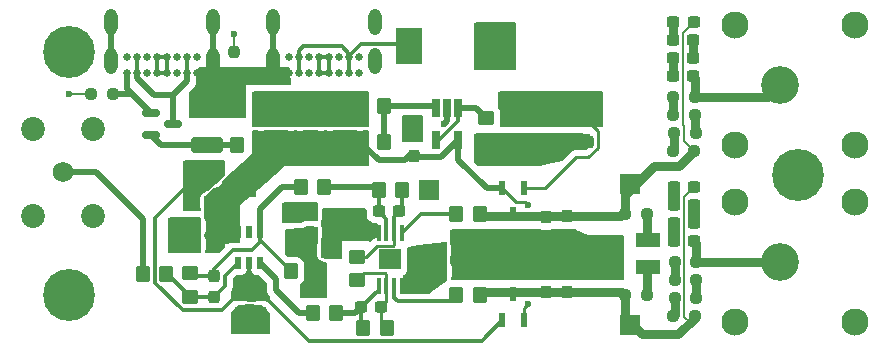
<source format=gtl>
G04 #@! TF.GenerationSoftware,KiCad,Pcbnew,(6.0.9-0)*
G04 #@! TF.CreationDate,2023-02-01T14:54:16-05:00*
G04 #@! TF.ProjectId,beach_bod_02,62656163-685f-4626-9f64-5f30322e6b69,rev?*
G04 #@! TF.SameCoordinates,Original*
G04 #@! TF.FileFunction,Copper,L1,Top*
G04 #@! TF.FilePolarity,Positive*
%FSLAX46Y46*%
G04 Gerber Fmt 4.6, Leading zero omitted, Abs format (unit mm)*
G04 Created by KiCad (PCBNEW (6.0.9-0)) date 2023-02-01 14:54:16*
%MOMM*%
%LPD*%
G01*
G04 APERTURE LIST*
G04 Aperture macros list*
%AMRoundRect*
0 Rectangle with rounded corners*
0 $1 Rounding radius*
0 $2 $3 $4 $5 $6 $7 $8 $9 X,Y pos of 4 corners*
0 Add a 4 corners polygon primitive as box body*
4,1,4,$2,$3,$4,$5,$6,$7,$8,$9,$2,$3,0*
0 Add four circle primitives for the rounded corners*
1,1,$1+$1,$2,$3*
1,1,$1+$1,$4,$5*
1,1,$1+$1,$6,$7*
1,1,$1+$1,$8,$9*
0 Add four rect primitives between the rounded corners*
20,1,$1+$1,$2,$3,$4,$5,0*
20,1,$1+$1,$4,$5,$6,$7,0*
20,1,$1+$1,$6,$7,$8,$9,0*
20,1,$1+$1,$8,$9,$2,$3,0*%
G04 Aperture macros list end*
G04 #@! TA.AperFunction,ComponentPad*
%ADD10C,3.200000*%
G04 #@! TD*
G04 #@! TA.AperFunction,ComponentPad*
%ADD11C,2.300000*%
G04 #@! TD*
G04 #@! TA.AperFunction,ComponentPad*
%ADD12C,4.400000*%
G04 #@! TD*
G04 #@! TA.AperFunction,ComponentPad*
%ADD13C,1.755000*%
G04 #@! TD*
G04 #@! TA.AperFunction,ComponentPad*
%ADD14C,2.025000*%
G04 #@! TD*
G04 #@! TA.AperFunction,SMDPad,CuDef*
%ADD15RoundRect,0.250000X0.450000X-0.350000X0.450000X0.350000X-0.450000X0.350000X-0.450000X-0.350000X0*%
G04 #@! TD*
G04 #@! TA.AperFunction,SMDPad,CuDef*
%ADD16R,0.600000X1.150000*%
G04 #@! TD*
G04 #@! TA.AperFunction,SMDPad,CuDef*
%ADD17RoundRect,0.237500X0.300000X0.237500X-0.300000X0.237500X-0.300000X-0.237500X0.300000X-0.237500X0*%
G04 #@! TD*
G04 #@! TA.AperFunction,ComponentPad*
%ADD18R,1.700000X1.700000*%
G04 #@! TD*
G04 #@! TA.AperFunction,SMDPad,CuDef*
%ADD19RoundRect,0.250000X0.350000X0.450000X-0.350000X0.450000X-0.350000X-0.450000X0.350000X-0.450000X0*%
G04 #@! TD*
G04 #@! TA.AperFunction,SMDPad,CuDef*
%ADD20RoundRect,0.237500X0.237500X-0.300000X0.237500X0.300000X-0.237500X0.300000X-0.237500X-0.300000X0*%
G04 #@! TD*
G04 #@! TA.AperFunction,SMDPad,CuDef*
%ADD21RoundRect,0.250000X-0.350000X-0.450000X0.350000X-0.450000X0.350000X0.450000X-0.350000X0.450000X0*%
G04 #@! TD*
G04 #@! TA.AperFunction,SMDPad,CuDef*
%ADD22RoundRect,0.237500X0.250000X0.237500X-0.250000X0.237500X-0.250000X-0.237500X0.250000X-0.237500X0*%
G04 #@! TD*
G04 #@! TA.AperFunction,SMDPad,CuDef*
%ADD23RoundRect,0.237500X-0.250000X-0.237500X0.250000X-0.237500X0.250000X0.237500X-0.250000X0.237500X0*%
G04 #@! TD*
G04 #@! TA.AperFunction,SMDPad,CuDef*
%ADD24RoundRect,0.237500X-0.300000X-0.237500X0.300000X-0.237500X0.300000X0.237500X-0.300000X0.237500X0*%
G04 #@! TD*
G04 #@! TA.AperFunction,SMDPad,CuDef*
%ADD25RoundRect,0.250000X1.100000X-0.412500X1.100000X0.412500X-1.100000X0.412500X-1.100000X-0.412500X0*%
G04 #@! TD*
G04 #@! TA.AperFunction,SMDPad,CuDef*
%ADD26RoundRect,0.250000X-1.100000X0.412500X-1.100000X-0.412500X1.100000X-0.412500X1.100000X0.412500X0*%
G04 #@! TD*
G04 #@! TA.AperFunction,SMDPad,CuDef*
%ADD27RoundRect,0.237500X-0.237500X0.250000X-0.237500X-0.250000X0.237500X-0.250000X0.237500X0.250000X0*%
G04 #@! TD*
G04 #@! TA.AperFunction,SMDPad,CuDef*
%ADD28R,0.450000X1.425000*%
G04 #@! TD*
G04 #@! TA.AperFunction,SMDPad,CuDef*
%ADD29R,1.880000X1.680000*%
G04 #@! TD*
G04 #@! TA.AperFunction,SMDPad,CuDef*
%ADD30R,2.000000X1.300000*%
G04 #@! TD*
G04 #@! TA.AperFunction,SMDPad,CuDef*
%ADD31R,2.000000X2.000000*%
G04 #@! TD*
G04 #@! TA.AperFunction,SMDPad,CuDef*
%ADD32R,2.200000X3.150000*%
G04 #@! TD*
G04 #@! TA.AperFunction,SMDPad,CuDef*
%ADD33R,0.550000X1.050000*%
G04 #@! TD*
G04 #@! TA.AperFunction,ComponentPad*
%ADD34C,0.650000*%
G04 #@! TD*
G04 #@! TA.AperFunction,ComponentPad*
%ADD35O,1.108000X2.216000*%
G04 #@! TD*
G04 #@! TA.AperFunction,SMDPad,CuDef*
%ADD36RoundRect,0.150000X-0.587500X-0.150000X0.587500X-0.150000X0.587500X0.150000X-0.587500X0.150000X0*%
G04 #@! TD*
G04 #@! TA.AperFunction,SMDPad,CuDef*
%ADD37R,0.650000X1.560000*%
G04 #@! TD*
G04 #@! TA.AperFunction,SMDPad,CuDef*
%ADD38RoundRect,0.237500X-0.237500X0.300000X-0.237500X-0.300000X0.237500X-0.300000X0.237500X0.300000X0*%
G04 #@! TD*
G04 #@! TA.AperFunction,ViaPad*
%ADD39C,0.600000*%
G04 #@! TD*
G04 #@! TA.AperFunction,Conductor*
%ADD40C,0.750000*%
G04 #@! TD*
G04 #@! TA.AperFunction,Conductor*
%ADD41C,0.500000*%
G04 #@! TD*
G04 #@! TA.AperFunction,Conductor*
%ADD42C,0.250000*%
G04 #@! TD*
G04 #@! TA.AperFunction,Conductor*
%ADD43C,0.300000*%
G04 #@! TD*
G04 #@! TA.AperFunction,Conductor*
%ADD44C,0.200000*%
G04 #@! TD*
G04 #@! TA.AperFunction,Conductor*
%ADD45C,1.000000*%
G04 #@! TD*
G04 APERTURE END LIST*
D10*
X160782000Y-96520000D03*
D11*
X167142000Y-91440000D03*
X156982000Y-91440000D03*
X167142000Y-101600000D03*
X156982000Y-101600000D03*
D10*
X160782000Y-81534000D03*
D11*
X167142000Y-76454000D03*
X156982000Y-86614000D03*
X167142000Y-86614000D03*
X156982000Y-76454000D03*
D12*
X100584000Y-99314000D03*
X162306000Y-89154000D03*
D13*
X100076000Y-88900000D03*
D14*
X97536000Y-92600000D03*
X102616000Y-92600000D03*
X102616000Y-85200000D03*
X97536000Y-85200000D03*
D15*
X110844500Y-99448000D03*
X110844500Y-97448000D03*
X124968000Y-98044000D03*
X124968000Y-96044000D03*
D16*
X137226000Y-101430000D03*
X139126000Y-101430000D03*
X138176000Y-99230000D03*
D17*
X153472500Y-76200000D03*
X151747500Y-76200000D03*
D18*
X137160000Y-96012000D03*
D19*
X121396000Y-97282000D03*
X119396000Y-97282000D03*
D20*
X115062000Y-100785000D03*
X115062000Y-99060000D03*
X142748000Y-99010000D03*
X142748000Y-97285000D03*
D15*
X135890000Y-86321500D03*
X135890000Y-84321500D03*
D21*
X121190000Y-100838000D03*
X123190000Y-100838000D03*
D22*
X153670000Y-98044000D03*
X151845000Y-98044000D03*
D21*
X126778000Y-90424000D03*
X128778000Y-90424000D03*
D23*
X151694500Y-87122000D03*
X153519500Y-87122000D03*
D17*
X122682000Y-93980000D03*
X120957000Y-93980000D03*
D23*
X147677500Y-99314000D03*
X149502500Y-99314000D03*
D24*
X131879000Y-95504000D03*
X133604000Y-95504000D03*
D18*
X148082000Y-101854000D03*
D23*
X151845000Y-99568000D03*
X153670000Y-99568000D03*
D25*
X112252000Y-86614000D03*
X112252000Y-83489000D03*
D21*
X120174000Y-90170000D03*
X122174000Y-90170000D03*
D24*
X111151500Y-93472000D03*
X112876500Y-93472000D03*
D20*
X112876500Y-99427000D03*
X112876500Y-97702000D03*
D26*
X122682000Y-83235000D03*
X122682000Y-86360000D03*
D21*
X106812500Y-97536000D03*
X108812500Y-97536000D03*
D27*
X114554000Y-78740000D03*
X114554000Y-80565000D03*
D24*
X111151500Y-94996000D03*
X112876500Y-94996000D03*
D17*
X112723000Y-91440000D03*
X110998000Y-91440000D03*
D22*
X153566500Y-101092000D03*
X151741500Y-101092000D03*
D17*
X153516500Y-91694000D03*
X151791500Y-91694000D03*
D18*
X131064000Y-90424000D03*
X115570000Y-90170000D03*
D17*
X153516500Y-94742000D03*
X151791500Y-94742000D03*
D22*
X149502500Y-92456000D03*
X147677500Y-92456000D03*
D25*
X138684000Y-86360000D03*
X138684000Y-83235000D03*
D28*
X126787000Y-98478000D03*
X127437000Y-98478000D03*
X128087000Y-98478000D03*
X128737000Y-98478000D03*
X128737000Y-94054000D03*
X128087000Y-94054000D03*
X127437000Y-94054000D03*
X126787000Y-94054000D03*
D29*
X127762000Y-96266000D03*
D19*
X127238000Y-86321500D03*
X125238000Y-86321500D03*
X116824000Y-83273500D03*
X114824000Y-83273500D03*
D22*
X153623000Y-85598000D03*
X151798000Y-85598000D03*
D25*
X119380000Y-86360000D03*
X119380000Y-83235000D03*
D24*
X151791500Y-93218000D03*
X153516500Y-93218000D03*
D17*
X153419500Y-79248000D03*
X151694500Y-79248000D03*
D24*
X120957000Y-92456000D03*
X122682000Y-92456000D03*
D23*
X151845000Y-96520000D03*
X153670000Y-96520000D03*
D24*
X125275000Y-100330000D03*
X127000000Y-100330000D03*
D12*
X100584000Y-78740000D03*
D30*
X149574000Y-96908000D03*
D31*
X145574000Y-95758000D03*
D30*
X149574000Y-94608000D03*
D32*
X129342000Y-78232000D03*
X136342000Y-78232000D03*
D33*
X114874000Y-96550000D03*
X115824000Y-96550000D03*
X116774000Y-96550000D03*
X116774000Y-93950000D03*
X115824000Y-93950000D03*
X114874000Y-93950000D03*
D21*
X125476000Y-102108000D03*
X127476000Y-102108000D03*
D22*
X153566500Y-82550000D03*
X151741500Y-82550000D03*
D34*
X125154000Y-80479000D03*
X124304000Y-80479000D03*
X123454000Y-80479000D03*
X122604000Y-80479000D03*
X121754000Y-80479000D03*
X120904000Y-80479000D03*
X120054000Y-80479000D03*
X119204000Y-80479000D03*
X119204000Y-79129000D03*
X120054000Y-79129000D03*
X120904000Y-79129000D03*
X121754000Y-79129000D03*
X122604000Y-79129000D03*
X123454000Y-79129000D03*
X124304000Y-79129000D03*
X125154000Y-79129000D03*
D35*
X126504000Y-79499000D03*
X117854000Y-79499000D03*
X117854000Y-76119000D03*
X126504000Y-76119000D03*
D24*
X126799000Y-92202000D03*
X128524000Y-92202000D03*
D34*
X111433000Y-80479000D03*
X110583000Y-80479000D03*
X109733000Y-80479000D03*
X108883000Y-80479000D03*
X108033000Y-80479000D03*
X107183000Y-80479000D03*
X106333000Y-80479000D03*
X105483000Y-80479000D03*
X105483000Y-79129000D03*
X106333000Y-79129000D03*
X107183000Y-79129000D03*
X108033000Y-79129000D03*
X108883000Y-79129000D03*
X109733000Y-79129000D03*
X110583000Y-79129000D03*
X111433000Y-79129000D03*
D35*
X112783000Y-79499000D03*
X104133000Y-79499000D03*
X104133000Y-76119000D03*
X112783000Y-76119000D03*
D20*
X116840000Y-100838000D03*
X116840000Y-99113000D03*
D24*
X151791500Y-90170000D03*
X153516500Y-90170000D03*
D26*
X141986000Y-83235000D03*
X141986000Y-86360000D03*
D20*
X142748000Y-94334500D03*
X142748000Y-92609500D03*
D21*
X133366000Y-99314000D03*
X135366000Y-99314000D03*
D20*
X140970000Y-94435000D03*
X140970000Y-92710000D03*
D19*
X116824000Y-86575500D03*
X114824000Y-86575500D03*
D36*
X107520500Y-83847500D03*
X107520500Y-85747500D03*
X109395500Y-84797500D03*
D20*
X140970000Y-99010000D03*
X140970000Y-97285000D03*
D37*
X133538000Y-83447500D03*
X132588000Y-83447500D03*
X131638000Y-83447500D03*
X131638000Y-86147500D03*
X133538000Y-86147500D03*
D24*
X151694500Y-77724000D03*
X153419500Y-77724000D03*
X151694500Y-80772000D03*
X153419500Y-80772000D03*
D16*
X139126000Y-90256000D03*
X137226000Y-90256000D03*
X138176000Y-92456000D03*
D38*
X129794000Y-85751500D03*
X129794000Y-87476500D03*
D21*
X133366000Y-92456000D03*
X135366000Y-92456000D03*
D19*
X127238000Y-83273500D03*
X125238000Y-83273500D03*
D38*
X144526000Y-84582000D03*
X144526000Y-86307000D03*
D24*
X131979500Y-97282000D03*
X133704500Y-97282000D03*
D17*
X122581500Y-95504000D03*
X120856500Y-95504000D03*
D23*
X151741500Y-84074000D03*
X153566500Y-84074000D03*
D22*
X104290500Y-82296000D03*
X102465500Y-82296000D03*
D18*
X148082000Y-89916000D03*
D39*
X115316000Y-102108000D03*
X134874000Y-94234000D03*
X141986000Y-95758000D03*
X133604000Y-94234000D03*
X109728000Y-93472000D03*
X119380000Y-95504000D03*
X138176000Y-87884000D03*
X143256000Y-95758000D03*
X121666000Y-98806000D03*
X134874000Y-95504000D03*
X119380000Y-94234000D03*
X116586000Y-102108000D03*
X109728000Y-94996000D03*
X134874000Y-97282000D03*
X120650000Y-98806000D03*
X139192000Y-87884000D03*
X140716000Y-95758000D03*
X145034000Y-97536000D03*
X139446000Y-91694000D03*
X139446000Y-100076000D03*
X124206000Y-93472000D03*
X124968000Y-93472000D03*
X124206000Y-87884000D03*
X124206000Y-92456000D03*
X124968000Y-92456000D03*
X124968000Y-87884000D03*
X112776000Y-89408000D03*
X141478000Y-84328000D03*
X130048000Y-84328000D03*
X119380000Y-92710000D03*
X111252000Y-89408000D03*
X144272000Y-83312000D03*
X122682000Y-84582000D03*
X112014000Y-89408000D03*
X129794000Y-98552000D03*
X139446000Y-84328000D03*
X132334000Y-84797500D03*
X129286000Y-84328000D03*
X121920000Y-84582000D03*
X138684000Y-84328000D03*
X129794000Y-97282000D03*
X130556000Y-97282000D03*
X120142000Y-84582000D03*
X116840000Y-84582000D03*
X119380000Y-84582000D03*
X125222000Y-84582000D03*
X130556000Y-98552000D03*
X119380000Y-91948000D03*
X112014000Y-88646000D03*
X112776000Y-88646000D03*
X142240000Y-84328000D03*
X111252000Y-88646000D03*
X145034000Y-83312000D03*
X137922000Y-78232000D03*
X137922000Y-77470000D03*
X100584000Y-82296000D03*
X114554000Y-77216000D03*
D40*
X149502500Y-92456000D02*
X149502500Y-94536500D01*
X153419500Y-79248000D02*
X153419500Y-77724000D01*
D41*
X129832500Y-87630000D02*
X129540000Y-87337500D01*
X132055500Y-87630000D02*
X129832500Y-87630000D01*
D42*
X138410000Y-91440000D02*
X139192000Y-91440000D01*
D41*
X125238000Y-86321500D02*
X126800500Y-87884000D01*
X133538000Y-87818000D02*
X135976000Y-90256000D01*
D42*
X139126000Y-101430000D02*
X139126000Y-100396000D01*
X137226000Y-90256000D02*
X138410000Y-91440000D01*
X139192000Y-91440000D02*
X139446000Y-91694000D01*
D41*
X126800500Y-87884000D02*
X128993500Y-87884000D01*
D42*
X139126000Y-100396000D02*
X139446000Y-100076000D01*
D41*
X128993500Y-87884000D02*
X129540000Y-87337500D01*
X135976000Y-90256000D02*
X137226000Y-90256000D01*
X133538000Y-86147500D02*
X133538000Y-87818000D01*
X133538000Y-86147500D02*
X132055500Y-87630000D01*
D40*
X151694500Y-77724000D02*
X151694500Y-76253000D01*
D43*
X113538000Y-100584000D02*
X115062000Y-99060000D01*
X145034000Y-84582000D02*
X144526000Y-84582000D01*
D42*
X144526000Y-84582000D02*
X145326000Y-85382000D01*
D43*
X107862500Y-92797500D02*
X107862500Y-98234528D01*
D42*
X143510000Y-87630000D02*
X140884000Y-90256000D01*
D43*
X107862500Y-98234528D02*
X110211972Y-100584000D01*
D42*
X140884000Y-90256000D02*
X139126000Y-90256000D01*
D41*
X132588000Y-83447500D02*
X132588000Y-84543500D01*
D43*
X120885000Y-103158000D02*
X135498000Y-103158000D01*
X111252000Y-89408000D02*
X107862500Y-92797500D01*
X110211972Y-100584000D02*
X113538000Y-100584000D01*
D42*
X144535995Y-87630000D02*
X143510000Y-87630000D01*
X145326000Y-86839995D02*
X144535995Y-87630000D01*
D43*
X116840000Y-99113000D02*
X120885000Y-103158000D01*
D42*
X145326000Y-85382000D02*
X145326000Y-86839995D01*
D41*
X132588000Y-84543500D02*
X132334000Y-84797500D01*
D43*
X135498000Y-103158000D02*
X137226000Y-101430000D01*
X112876500Y-97047500D02*
X114420000Y-95504000D01*
X112876500Y-97702000D02*
X112876500Y-97047500D01*
X116774000Y-94808000D02*
X116774000Y-93950000D01*
X112876500Y-97702000D02*
X111098500Y-97702000D01*
D41*
X119920000Y-90170000D02*
X118618000Y-90170000D01*
X116774000Y-92014000D02*
X116774000Y-93950000D01*
D43*
X116922000Y-94808000D02*
X119396000Y-97282000D01*
X116078000Y-95504000D02*
X116774000Y-94808000D01*
D41*
X118618000Y-90170000D02*
X116774000Y-92014000D01*
D43*
X114420000Y-95504000D02*
X116078000Y-95504000D01*
X116774000Y-94808000D02*
X116922000Y-94808000D01*
D42*
X127000000Y-101632000D02*
X127476000Y-102108000D01*
X127000000Y-100330000D02*
X127000000Y-101632000D01*
X127362000Y-97440500D02*
X127437000Y-97515500D01*
X127437000Y-99893000D02*
X127000000Y-100330000D01*
X127437000Y-97515500D02*
X127437000Y-98478000D01*
X127362000Y-97440500D02*
X125571500Y-97440500D01*
X127437000Y-98478000D02*
X127437000Y-99893000D01*
X125571500Y-97440500D02*
X124968000Y-98044000D01*
D41*
X104290500Y-82296000D02*
X105918000Y-82296000D01*
X105483000Y-81810000D02*
X105943500Y-82270500D01*
X105483000Y-80479000D02*
X105483000Y-81810000D01*
X117854000Y-79499000D02*
X117854000Y-76119000D01*
X105943500Y-82270500D02*
X107520500Y-83847500D01*
X104133000Y-79499000D02*
X104133000Y-76119000D01*
X105918000Y-82296000D02*
X105943500Y-82270500D01*
X112783000Y-79499000D02*
X112783000Y-76119000D01*
X107774500Y-82374500D02*
X106333000Y-80933000D01*
D43*
X110583000Y-79129000D02*
X110583000Y-80479000D01*
D41*
X109395500Y-82374500D02*
X107774500Y-82374500D01*
X110583000Y-81187000D02*
X110583000Y-80479000D01*
D43*
X124304000Y-79129000D02*
X124304000Y-80479000D01*
D41*
X109395500Y-84797500D02*
X109395500Y-82374500D01*
D43*
X125287405Y-78041000D02*
X124304000Y-79024405D01*
X129151000Y-78041000D02*
X125287405Y-78041000D01*
D41*
X109395500Y-82374500D02*
X110583000Y-81187000D01*
D43*
X124304000Y-78838000D02*
X124304000Y-79129000D01*
X120396000Y-78232000D02*
X123698000Y-78232000D01*
X120054000Y-79129000D02*
X120054000Y-80479000D01*
X123698000Y-78232000D02*
X124304000Y-78838000D01*
X120054000Y-79129000D02*
X120054000Y-78574000D01*
D41*
X106333000Y-80933000D02*
X106333000Y-80479000D01*
D43*
X120054000Y-78574000D02*
X120396000Y-78232000D01*
X106333000Y-79129000D02*
X106333000Y-80479000D01*
D41*
X135016000Y-83447500D02*
X135890000Y-84321500D01*
D43*
X131903239Y-86147500D02*
X133538000Y-84512739D01*
D41*
X133538000Y-83447500D02*
X135016000Y-83447500D01*
D43*
X131638000Y-86147500D02*
X131903239Y-86147500D01*
X133538000Y-84512739D02*
X133538000Y-83447500D01*
X122604000Y-79129000D02*
X122604000Y-80479000D01*
X121754000Y-80479000D02*
X122604000Y-80479000D01*
X121754000Y-79129000D02*
X122604000Y-79129000D01*
X121754000Y-80479000D02*
X121754000Y-79129000D01*
D40*
X151798000Y-87018500D02*
X151694500Y-87122000D01*
X151798000Y-85598000D02*
X151798000Y-87018500D01*
X151694500Y-80772000D02*
X151694500Y-79248000D01*
D44*
X102465500Y-82296000D02*
X100584000Y-82296000D01*
X114554000Y-78740000D02*
X114554000Y-77216000D01*
D40*
X153566500Y-82550000D02*
X159766000Y-82550000D01*
X153566500Y-82550000D02*
X153566500Y-80919000D01*
X153566500Y-80919000D02*
X153419500Y-80772000D01*
X159766000Y-82550000D02*
X160782000Y-81534000D01*
X153670000Y-96520000D02*
X153670000Y-94895500D01*
X153670000Y-94895500D02*
X153516500Y-94742000D01*
X153670000Y-96520000D02*
X160782000Y-96520000D01*
D45*
X151791500Y-94742000D02*
X151791500Y-93218000D01*
X153516500Y-93218000D02*
X153516500Y-91694000D01*
X151791500Y-91694000D02*
X151791500Y-90170000D01*
D41*
X122174000Y-90170000D02*
X126778000Y-90170000D01*
D43*
X127437000Y-94054000D02*
X127437000Y-92840000D01*
X127437000Y-92840000D02*
X126799000Y-92202000D01*
X126778000Y-90424000D02*
X126778000Y-92181000D01*
D42*
X128012000Y-95091500D02*
X126650500Y-95091500D01*
X128087000Y-94054000D02*
X128087000Y-95016500D01*
X128087000Y-95016500D02*
X128012000Y-95091500D01*
D43*
X128778000Y-90424000D02*
X128778000Y-91948000D01*
D42*
X126650500Y-95091500D02*
X125698000Y-96044000D01*
D43*
X128087000Y-92639000D02*
X128087000Y-94054000D01*
X128524000Y-92202000D02*
X128087000Y-92639000D01*
D42*
X125698000Y-96044000D02*
X124968000Y-96044000D01*
D43*
X110844500Y-99448000D02*
X112855500Y-99448000D01*
X113792000Y-97632000D02*
X113792000Y-98511500D01*
X114874000Y-96550000D02*
X113792000Y-97632000D01*
X113792000Y-98511500D02*
X112876500Y-99427000D01*
X108932500Y-97536000D02*
X110844500Y-99448000D01*
X126787000Y-98818000D02*
X125275000Y-100330000D01*
D41*
X123190000Y-100838000D02*
X124767000Y-100838000D01*
X124767000Y-100838000D02*
X125275000Y-100330000D01*
D43*
X125275000Y-100330000D02*
X125275000Y-101907000D01*
D41*
X112252000Y-86614000D02*
X114785500Y-86614000D01*
X108387000Y-86614000D02*
X112252000Y-86614000D01*
X107520500Y-85747500D02*
X108387000Y-86614000D01*
X102870000Y-88900000D02*
X100076000Y-88900000D01*
X106812500Y-97536000D02*
X106812500Y-92842500D01*
X106812500Y-92842500D02*
X102870000Y-88900000D01*
D43*
X108033000Y-80479000D02*
X108033000Y-79129000D01*
X108883000Y-80479000D02*
X108033000Y-80479000D01*
X108033000Y-79129000D02*
X108883000Y-79129000D01*
X108883000Y-79129000D02*
X108883000Y-80479000D01*
D40*
X151741500Y-82550000D02*
X151741500Y-84074000D01*
X153566500Y-84074000D02*
X153566500Y-85541500D01*
X151845000Y-96520000D02*
X151845000Y-98044000D01*
X153670000Y-98044000D02*
X153670000Y-99568000D01*
D43*
X130335000Y-92456000D02*
X133366000Y-92456000D01*
X128737000Y-94054000D02*
X130335000Y-92456000D01*
D40*
X149502500Y-99314000D02*
X149502500Y-96979500D01*
D43*
X128418500Y-99822000D02*
X132858000Y-99822000D01*
X128087000Y-99490500D02*
X128418500Y-99822000D01*
X132858000Y-99822000D02*
X133366000Y-99314000D01*
X128087000Y-98478000D02*
X128087000Y-99490500D01*
D41*
X131464000Y-83273500D02*
X127238000Y-83273500D01*
X127238000Y-86321500D02*
X127238000Y-83273500D01*
X131638000Y-83447500D02*
X131464000Y-83273500D01*
D40*
X151845000Y-99568000D02*
X151845000Y-100988500D01*
X151845000Y-100988500D02*
X151741500Y-101092000D01*
D41*
X120074772Y-100838000D02*
X118110000Y-98873228D01*
X121190000Y-100838000D02*
X120074772Y-100838000D01*
X118110000Y-97886000D02*
X116774000Y-96550000D01*
X118110000Y-98873228D02*
X118110000Y-97886000D01*
D40*
X135620000Y-92710000D02*
X135366000Y-92456000D01*
D44*
X152582000Y-77090500D02*
X152582000Y-84884360D01*
D40*
X147270000Y-92609500D02*
X147677500Y-92202000D01*
X147677500Y-90828500D02*
X147677500Y-92202000D01*
X153519500Y-87122000D02*
X152249500Y-88392000D01*
D44*
X152582000Y-84884360D02*
X152654000Y-84956360D01*
D40*
X142748000Y-92609500D02*
X135519500Y-92609500D01*
D44*
X152654000Y-84956360D02*
X152654000Y-86256500D01*
X153472500Y-76200000D02*
X152582000Y-77090500D01*
X152654000Y-86256500D02*
X153519500Y-87122000D01*
D40*
X152249500Y-88392000D02*
X150114000Y-88392000D01*
X150114000Y-88392000D02*
X147677500Y-90828500D01*
X142748000Y-92609500D02*
X147270000Y-92609500D01*
X153566500Y-101195500D02*
X152146000Y-102616000D01*
D44*
X152679000Y-91007500D02*
X152679000Y-101117000D01*
D40*
X152146000Y-102616000D02*
X149098000Y-102616000D01*
D44*
X153516500Y-90170000D02*
X152679000Y-91007500D01*
X152679000Y-101117000D02*
X153162000Y-101600000D01*
D40*
X147373500Y-99010000D02*
X142748000Y-99010000D01*
X147677500Y-101195500D02*
X147677500Y-99314000D01*
X153566500Y-101092000D02*
X153566500Y-101195500D01*
X147677500Y-99314000D02*
X147373500Y-99010000D01*
X135670000Y-99010000D02*
X135366000Y-99314000D01*
X142748000Y-99010000D02*
X135670000Y-99010000D01*
X149098000Y-102616000D02*
X147677500Y-101195500D01*
G04 #@! TA.AperFunction,Conductor*
G36*
X125703121Y-91968002D02*
G01*
X125749614Y-92021658D01*
X125761000Y-92074000D01*
X125761001Y-92488534D01*
X125771678Y-92591445D01*
X125826141Y-92754690D01*
X125916697Y-92901028D01*
X126038489Y-93022608D01*
X126184984Y-93112908D01*
X126348324Y-93167086D01*
X126355157Y-93167786D01*
X126355161Y-93167787D01*
X126409431Y-93173347D01*
X126449965Y-93177500D01*
X126585500Y-93177500D01*
X126653621Y-93197502D01*
X126700114Y-93251158D01*
X126711500Y-93303500D01*
X126711501Y-94341672D01*
X126691499Y-94409793D01*
X126637843Y-94456286D01*
X126589458Y-94467610D01*
X126559796Y-94468542D01*
X126551872Y-94468791D01*
X126544259Y-94471003D01*
X126544252Y-94471004D01*
X126532782Y-94474336D01*
X126513426Y-94478345D01*
X126511366Y-94478605D01*
X126493708Y-94480836D01*
X126486342Y-94483753D01*
X126486336Y-94483754D01*
X126453183Y-94496881D01*
X126441950Y-94500727D01*
X126407720Y-94510671D01*
X126407713Y-94510674D01*
X126400110Y-94512883D01*
X126393294Y-94516914D01*
X126393291Y-94516915D01*
X126383004Y-94522999D01*
X126365252Y-94531695D01*
X126357835Y-94534632D01*
X126346768Y-94539014D01*
X126340353Y-94543675D01*
X126340349Y-94543677D01*
X126311513Y-94564627D01*
X126301594Y-94571143D01*
X126270902Y-94589294D01*
X126270897Y-94589298D01*
X126264079Y-94593330D01*
X126250026Y-94607383D01*
X126234993Y-94620223D01*
X126218913Y-94631906D01*
X126213860Y-94638014D01*
X126191135Y-94665484D01*
X126183145Y-94674264D01*
X126133736Y-94723673D01*
X126071424Y-94757699D01*
X126000609Y-94752634D01*
X125989770Y-94746202D01*
X125984000Y-94744947D01*
X125984000Y-94742000D01*
X123698000Y-94742000D01*
X123698000Y-96140000D01*
X123677998Y-96208121D01*
X123624342Y-96254614D01*
X123572000Y-96266000D01*
X122290866Y-96266000D01*
X122222745Y-96245998D01*
X122217695Y-96242394D01*
X122214311Y-96239016D01*
X122065334Y-96147186D01*
X122058386Y-96144881D01*
X122058383Y-96144880D01*
X122006333Y-96127616D01*
X121947973Y-96087186D01*
X121920736Y-96021621D01*
X121920000Y-96008023D01*
X121920000Y-94579764D01*
X121930677Y-94531605D01*
X121930408Y-94531516D01*
X121931279Y-94528890D01*
X121936589Y-94512883D01*
X121982422Y-94374700D01*
X121984586Y-94368176D01*
X121995000Y-94266535D01*
X121994999Y-93693466D01*
X121984322Y-93590555D01*
X121976606Y-93567427D01*
X121932176Y-93434253D01*
X121932174Y-93434248D01*
X121929859Y-93427310D01*
X121930441Y-93427116D01*
X121920000Y-93380212D01*
X121920000Y-93055764D01*
X121930677Y-93007605D01*
X121930408Y-93007516D01*
X121931279Y-93004890D01*
X121984586Y-92844176D01*
X121986060Y-92829796D01*
X121993117Y-92760910D01*
X121995000Y-92742535D01*
X121994999Y-92169466D01*
X121986443Y-92087001D01*
X121999308Y-92017182D01*
X122047879Y-91965400D01*
X122111770Y-91948000D01*
X125635000Y-91948000D01*
X125703121Y-91968002D01*
G37*
G04 #@! TD.AperFunction*
G04 #@! TA.AperFunction,Conductor*
G36*
X116288395Y-100086677D02*
G01*
X116288484Y-100086408D01*
X116295426Y-100088711D01*
X116295429Y-100088712D01*
X116425563Y-100131875D01*
X116451824Y-100140586D01*
X116458657Y-100141286D01*
X116458661Y-100141287D01*
X116512931Y-100146847D01*
X116553465Y-100151000D01*
X116576956Y-100151000D01*
X116905863Y-100150999D01*
X116973983Y-100171001D01*
X116994958Y-100187904D01*
X117565095Y-100758041D01*
X117599121Y-100820353D01*
X117602000Y-100847136D01*
X117602000Y-102490000D01*
X117581998Y-102558121D01*
X117528342Y-102604614D01*
X117476000Y-102616000D01*
X114426000Y-102616000D01*
X114357879Y-102595998D01*
X114311386Y-102542342D01*
X114300000Y-102490000D01*
X114300000Y-100794136D01*
X114320002Y-100726015D01*
X114336905Y-100705041D01*
X114907041Y-100134905D01*
X114969353Y-100100879D01*
X114996136Y-100098000D01*
X115324700Y-100097999D01*
X115348534Y-100097999D01*
X115351778Y-100097662D01*
X115351786Y-100097662D01*
X115397142Y-100092956D01*
X115451445Y-100087322D01*
X115457982Y-100085141D01*
X115457987Y-100085140D01*
X115465969Y-100082477D01*
X115505846Y-100076000D01*
X116240236Y-100076000D01*
X116288395Y-100086677D01*
G37*
G04 #@! TD.AperFunction*
G04 #@! TA.AperFunction,Conductor*
G36*
X145738121Y-82062002D02*
G01*
X145784614Y-82115658D01*
X145796000Y-82168000D01*
X145796000Y-84964000D01*
X145775998Y-85032121D01*
X145722342Y-85078614D01*
X145670000Y-85090000D01*
X137166465Y-85090000D01*
X137098344Y-85069998D01*
X137051851Y-85016342D01*
X137041747Y-84946068D01*
X137046872Y-84924332D01*
X137077744Y-84831259D01*
X137077745Y-84831257D01*
X137079910Y-84824728D01*
X137090500Y-84721366D01*
X137090500Y-83921634D01*
X137079641Y-83816981D01*
X137024256Y-83650971D01*
X137004353Y-83618809D01*
X136936020Y-83508382D01*
X136936017Y-83508378D01*
X136932166Y-83502155D01*
X136932132Y-83502121D01*
X136906617Y-83439083D01*
X136906000Y-83426629D01*
X136906000Y-82168000D01*
X136926002Y-82099879D01*
X136979658Y-82053386D01*
X137032000Y-82042000D01*
X145670000Y-82042000D01*
X145738121Y-82062002D01*
G37*
G04 #@! TD.AperFunction*
G04 #@! TA.AperFunction,Conductor*
G36*
X125926121Y-82023502D02*
G01*
X125972614Y-82077158D01*
X125984000Y-82129500D01*
X125984000Y-84925500D01*
X125963998Y-84993621D01*
X125910342Y-85040114D01*
X125858000Y-85051500D01*
X116204000Y-85051500D01*
X116135879Y-85031498D01*
X116089386Y-84977842D01*
X116078000Y-84925500D01*
X116078000Y-82165500D01*
X116098002Y-82097379D01*
X116151658Y-82050886D01*
X116204000Y-82039500D01*
X119254000Y-82039500D01*
X119257348Y-82039140D01*
X119257349Y-82039140D01*
X119283032Y-82036379D01*
X119361449Y-82027948D01*
X119364733Y-82027234D01*
X119364737Y-82027233D01*
X119410510Y-82017276D01*
X119410515Y-82017275D01*
X119413791Y-82016562D01*
X119433663Y-82009948D01*
X119473454Y-82003500D01*
X125858000Y-82003500D01*
X125926121Y-82023502D01*
G37*
G04 #@! TD.AperFunction*
G04 #@! TA.AperFunction,Conductor*
G36*
X138372121Y-76220002D02*
G01*
X138418614Y-76273658D01*
X138430000Y-76326000D01*
X138430000Y-80138000D01*
X138409998Y-80206121D01*
X138356342Y-80252614D01*
X138304000Y-80264000D01*
X135000000Y-80264000D01*
X134931879Y-80243998D01*
X134885386Y-80190342D01*
X134874000Y-80138000D01*
X134874000Y-76326000D01*
X134894002Y-76257879D01*
X134947658Y-76211386D01*
X135000000Y-76200000D01*
X138304000Y-76200000D01*
X138372121Y-76220002D01*
G37*
G04 #@! TD.AperFunction*
G04 #@! TA.AperFunction,Conductor*
G36*
X115940621Y-96286002D02*
G01*
X115987114Y-96339658D01*
X115998500Y-96392000D01*
X115998501Y-96864574D01*
X115998501Y-97122376D01*
X116005149Y-97183580D01*
X116055474Y-97317824D01*
X116060854Y-97325003D01*
X116060856Y-97325006D01*
X116074869Y-97343703D01*
X116141454Y-97432546D01*
X116148635Y-97437928D01*
X116248994Y-97513144D01*
X116248997Y-97513146D01*
X116256176Y-97518526D01*
X116345561Y-97552034D01*
X116383025Y-97566079D01*
X116383027Y-97566079D01*
X116390420Y-97568851D01*
X116398270Y-97569704D01*
X116398271Y-97569704D01*
X116448217Y-97575130D01*
X116451623Y-97575500D01*
X116573310Y-97575500D01*
X116641431Y-97595502D01*
X116662405Y-97612405D01*
X117322595Y-98272595D01*
X117356621Y-98334907D01*
X117359500Y-98361690D01*
X117359500Y-98806774D01*
X117358067Y-98825724D01*
X117354852Y-98846858D01*
X117355445Y-98854150D01*
X117355445Y-98854153D01*
X117359085Y-98898903D01*
X117359500Y-98909117D01*
X117359500Y-98917050D01*
X117359925Y-98920694D01*
X117362754Y-98944964D01*
X117363187Y-98949339D01*
X117364627Y-98967040D01*
X117369039Y-99021287D01*
X117371294Y-99028249D01*
X117372452Y-99034044D01*
X117373809Y-99039786D01*
X117374657Y-99047056D01*
X117399306Y-99114964D01*
X117400723Y-99119092D01*
X117422973Y-99187774D01*
X117426768Y-99194028D01*
X117429231Y-99199407D01*
X117431873Y-99204683D01*
X117434369Y-99211559D01*
X117455687Y-99244074D01*
X117473948Y-99271927D01*
X117476295Y-99275647D01*
X117510848Y-99332589D01*
X117510853Y-99332596D01*
X117513761Y-99337388D01*
X117517473Y-99341590D01*
X117517474Y-99341592D01*
X117521085Y-99345680D01*
X117521060Y-99345702D01*
X117523806Y-99348797D01*
X117526309Y-99351791D01*
X117530323Y-99357913D01*
X117535637Y-99362947D01*
X117562654Y-99388541D01*
X117598351Y-99449910D01*
X117602000Y-99480013D01*
X117602000Y-99699776D01*
X117581998Y-99767897D01*
X117528342Y-99814390D01*
X117479834Y-99825718D01*
X117419683Y-99827549D01*
X117313900Y-99830769D01*
X117270404Y-99824421D01*
X117228176Y-99810414D01*
X117221343Y-99809714D01*
X117221339Y-99809713D01*
X117167069Y-99804153D01*
X117126535Y-99800000D01*
X116842210Y-99800000D01*
X116553466Y-99800001D01*
X116550222Y-99800338D01*
X116550214Y-99800338D01*
X116504858Y-99805044D01*
X116450555Y-99810678D01*
X116444015Y-99812860D01*
X116444010Y-99812861D01*
X116315174Y-99855844D01*
X116279131Y-99862263D01*
X116250395Y-99863138D01*
X115760947Y-99878034D01*
X115690999Y-99859353D01*
X115613516Y-99811592D01*
X115579557Y-99800328D01*
X115456700Y-99759578D01*
X115456701Y-99759578D01*
X115450176Y-99757414D01*
X115443343Y-99756714D01*
X115443339Y-99756713D01*
X115389069Y-99751153D01*
X115348535Y-99747000D01*
X115064210Y-99747000D01*
X114775466Y-99747001D01*
X114772222Y-99747338D01*
X114772214Y-99747338D01*
X114726858Y-99752044D01*
X114672555Y-99757678D01*
X114509310Y-99812141D01*
X114503089Y-99815990D01*
X114503086Y-99815992D01*
X114492302Y-99822665D01*
X114423850Y-99841502D01*
X114356080Y-99820340D01*
X114310510Y-99765899D01*
X114300000Y-99715520D01*
X114300000Y-98967040D01*
X114322738Y-98897057D01*
X114322446Y-98896896D01*
X114323289Y-98895363D01*
X114332599Y-98878430D01*
X114343451Y-98861909D01*
X114351503Y-98851529D01*
X114351504Y-98851527D01*
X114356363Y-98845263D01*
X114374455Y-98803454D01*
X114379677Y-98792794D01*
X114397809Y-98759813D01*
X114397809Y-98759812D01*
X114401627Y-98752868D01*
X114406866Y-98732462D01*
X114413270Y-98713759D01*
X114418488Y-98701700D01*
X114421636Y-98694426D01*
X114422876Y-98686600D01*
X114422877Y-98686595D01*
X114428765Y-98649424D01*
X114431171Y-98637804D01*
X114440528Y-98601358D01*
X114440528Y-98601357D01*
X114442500Y-98593677D01*
X114442500Y-98572616D01*
X114444051Y-98552905D01*
X114446107Y-98539924D01*
X114447347Y-98532095D01*
X114443059Y-98486732D01*
X114442500Y-98474875D01*
X114442500Y-97953636D01*
X114462502Y-97885515D01*
X114479405Y-97864541D01*
X114731541Y-97612405D01*
X114793853Y-97578379D01*
X114820636Y-97575500D01*
X115170073Y-97575499D01*
X115196376Y-97575499D01*
X115199770Y-97575130D01*
X115199776Y-97575130D01*
X115249722Y-97569705D01*
X115249726Y-97569704D01*
X115257580Y-97568851D01*
X115391824Y-97518526D01*
X115399003Y-97513146D01*
X115399006Y-97513144D01*
X115499365Y-97437928D01*
X115506546Y-97432546D01*
X115573131Y-97343703D01*
X115587144Y-97325006D01*
X115587146Y-97325003D01*
X115592526Y-97317824D01*
X115642851Y-97183580D01*
X115649500Y-97122377D01*
X115649499Y-96391999D01*
X115669501Y-96323879D01*
X115723157Y-96277386D01*
X115775499Y-96266000D01*
X115872500Y-96266000D01*
X115940621Y-96286002D01*
G37*
G04 #@! TD.AperFunction*
G04 #@! TA.AperFunction,Conductor*
G36*
X140566210Y-93732407D02*
G01*
X140581824Y-93737586D01*
X140588657Y-93738286D01*
X140588661Y-93738287D01*
X140642931Y-93743847D01*
X140683465Y-93748000D01*
X140967790Y-93748000D01*
X141256534Y-93747999D01*
X141259778Y-93747662D01*
X141259786Y-93747662D01*
X141305142Y-93742956D01*
X141359445Y-93737322D01*
X141365982Y-93735141D01*
X141365987Y-93735140D01*
X141373969Y-93732477D01*
X141413846Y-93726000D01*
X143480255Y-93726000D01*
X143536604Y-93739302D01*
X144526000Y-94234000D01*
X147448000Y-94234000D01*
X147516121Y-94254002D01*
X147562614Y-94307658D01*
X147574000Y-94360000D01*
X147574000Y-97918000D01*
X147553998Y-97986121D01*
X147500342Y-98032614D01*
X147448000Y-98044000D01*
X143341331Y-98044000D01*
X143300091Y-98034859D01*
X143299516Y-98036592D01*
X143142700Y-97984578D01*
X143142701Y-97984578D01*
X143136176Y-97982414D01*
X143129343Y-97981714D01*
X143129339Y-97981713D01*
X143075069Y-97976153D01*
X143034535Y-97972000D01*
X142750210Y-97972000D01*
X142461466Y-97972001D01*
X142458222Y-97972338D01*
X142458214Y-97972338D01*
X142412858Y-97977044D01*
X142358555Y-97982678D01*
X142195310Y-98037141D01*
X142194628Y-98035097D01*
X142154616Y-98044000D01*
X141563331Y-98044000D01*
X141522091Y-98034859D01*
X141521516Y-98036592D01*
X141364700Y-97984578D01*
X141364701Y-97984578D01*
X141358176Y-97982414D01*
X141351343Y-97981714D01*
X141351339Y-97981713D01*
X141297069Y-97976153D01*
X141256535Y-97972000D01*
X140972210Y-97972000D01*
X140683466Y-97972001D01*
X140680222Y-97972338D01*
X140680214Y-97972338D01*
X140634858Y-97977044D01*
X140580555Y-97982678D01*
X140417310Y-98037141D01*
X140416628Y-98035097D01*
X140376616Y-98044000D01*
X133048846Y-98044000D01*
X132980725Y-98023998D01*
X132934232Y-97970342D01*
X132924128Y-97900068D01*
X132941586Y-97851885D01*
X132949064Y-97839753D01*
X132949066Y-97839750D01*
X132952908Y-97833516D01*
X133007086Y-97670176D01*
X133017500Y-97568535D01*
X133017499Y-96995466D01*
X133006822Y-96892555D01*
X132952359Y-96729310D01*
X132861803Y-96582972D01*
X132864278Y-96581441D01*
X132842617Y-96527932D01*
X132842000Y-96515473D01*
X132842000Y-96103764D01*
X132852677Y-96055605D01*
X132852408Y-96055516D01*
X132853279Y-96052890D01*
X132906586Y-95892176D01*
X132917000Y-95790535D01*
X132916999Y-95217466D01*
X132906322Y-95114555D01*
X132898606Y-95091427D01*
X132854176Y-94958253D01*
X132854174Y-94958248D01*
X132851859Y-94951310D01*
X132852441Y-94951116D01*
X132842000Y-94904212D01*
X132842000Y-93852000D01*
X132862002Y-93783879D01*
X132915658Y-93737386D01*
X132968000Y-93726000D01*
X140526542Y-93726000D01*
X140566210Y-93732407D01*
G37*
G04 #@! TD.AperFunction*
G04 #@! TA.AperFunction,Conductor*
G36*
X144122210Y-85604407D02*
G01*
X144137824Y-85609586D01*
X144144657Y-85610286D01*
X144144661Y-85610287D01*
X144198931Y-85615847D01*
X144239465Y-85620000D01*
X144252554Y-85620000D01*
X144574501Y-85619999D01*
X144642620Y-85640001D01*
X144689113Y-85693656D01*
X144700500Y-85745999D01*
X144700500Y-86528714D01*
X144680498Y-86596835D01*
X144663595Y-86617810D01*
X144313808Y-86967596D01*
X144251496Y-87001621D01*
X144224713Y-87004500D01*
X143587703Y-87004500D01*
X143576743Y-87003983D01*
X143569333Y-87002327D01*
X143561407Y-87002576D01*
X143561406Y-87002576D01*
X143502159Y-87004438D01*
X143498201Y-87004500D01*
X143470650Y-87004500D01*
X143466727Y-87004996D01*
X143466612Y-87005003D01*
X143454932Y-87005923D01*
X143411373Y-87007291D01*
X143392284Y-87012837D01*
X143372938Y-87016844D01*
X143353208Y-87019336D01*
X143312677Y-87035384D01*
X143301476Y-87039219D01*
X143259610Y-87051382D01*
X143242501Y-87061500D01*
X143224755Y-87070195D01*
X143206268Y-87077514D01*
X143173913Y-87101021D01*
X143171012Y-87103129D01*
X143161090Y-87109646D01*
X143130410Y-87127790D01*
X143130406Y-87127793D01*
X143123580Y-87131830D01*
X143109530Y-87145880D01*
X143094496Y-87158721D01*
X143078413Y-87170406D01*
X143073360Y-87176514D01*
X143050631Y-87203989D01*
X143042641Y-87212769D01*
X142388000Y-87867410D01*
X142330973Y-87900165D01*
X141459356Y-88129538D01*
X140477766Y-88387851D01*
X140445700Y-88392000D01*
X135225557Y-88392000D01*
X135157436Y-88371998D01*
X135136462Y-88355095D01*
X134910905Y-88129538D01*
X134876879Y-88067226D01*
X134874000Y-88040443D01*
X134874000Y-85724000D01*
X134894002Y-85655879D01*
X134947658Y-85609386D01*
X135000000Y-85598000D01*
X144082542Y-85598000D01*
X144122210Y-85604407D01*
G37*
G04 #@! TD.AperFunction*
G04 #@! TA.AperFunction,Conductor*
G36*
X132515839Y-94771584D02*
G01*
X132568881Y-94818775D01*
X132588000Y-94885502D01*
X132588000Y-95060542D01*
X132581593Y-95100210D01*
X132576414Y-95115824D01*
X132575714Y-95122657D01*
X132575713Y-95122661D01*
X132570812Y-95170501D01*
X132566000Y-95217465D01*
X132566001Y-95790534D01*
X132576678Y-95893445D01*
X132578859Y-95899982D01*
X132578860Y-95899987D01*
X132581523Y-95907969D01*
X132588000Y-95947846D01*
X132588000Y-97979159D01*
X132567998Y-98047280D01*
X132535237Y-98081688D01*
X131185900Y-99045500D01*
X131042358Y-99148030D01*
X130969122Y-99171500D01*
X128938500Y-99171500D01*
X128870379Y-99151498D01*
X128823886Y-99097842D01*
X128812500Y-99045500D01*
X128812499Y-97721542D01*
X128812499Y-97718124D01*
X128810643Y-97701038D01*
X128823171Y-97631157D01*
X128871492Y-97579141D01*
X128891676Y-97569450D01*
X128893613Y-97568724D01*
X128944824Y-97549526D01*
X128952003Y-97544146D01*
X128952006Y-97544144D01*
X129052365Y-97468928D01*
X129059546Y-97463546D01*
X129106488Y-97400912D01*
X129140144Y-97356006D01*
X129140146Y-97356003D01*
X129145526Y-97348824D01*
X129195851Y-97214580D01*
X129202500Y-97153377D01*
X129202499Y-95378624D01*
X129195851Y-95317420D01*
X129196920Y-95317304D01*
X129200245Y-95253684D01*
X129241693Y-95196043D01*
X129302827Y-95170501D01*
X130145845Y-95060542D01*
X132445705Y-94760560D01*
X132515839Y-94771584D01*
G37*
G04 #@! TD.AperFunction*
G04 #@! TA.AperFunction,Conductor*
G36*
X113734121Y-87904002D02*
G01*
X113780614Y-87957658D01*
X113792000Y-88010000D01*
X113792000Y-89096825D01*
X113771998Y-89164946D01*
X113748974Y-89191648D01*
X112307943Y-90452550D01*
X112264846Y-90477249D01*
X112107810Y-90529641D01*
X111961472Y-90620197D01*
X111839892Y-90741989D01*
X111749592Y-90888484D01*
X111695414Y-91051824D01*
X111685000Y-91153465D01*
X111685001Y-91726534D01*
X111695678Y-91829445D01*
X111697859Y-91835982D01*
X111747824Y-91985747D01*
X111747826Y-91985752D01*
X111748262Y-91987058D01*
X111750141Y-91992690D01*
X111749559Y-91992884D01*
X111760000Y-92039788D01*
X111760000Y-92076000D01*
X111739998Y-92144121D01*
X111686342Y-92190614D01*
X111634000Y-92202000D01*
X110362000Y-92202000D01*
X110293879Y-92181998D01*
X110247386Y-92128342D01*
X110236000Y-92076000D01*
X110236000Y-88010000D01*
X110256002Y-87941879D01*
X110309658Y-87895386D01*
X110362000Y-87884000D01*
X113666000Y-87884000D01*
X113734121Y-87904002D01*
G37*
G04 #@! TD.AperFunction*
G04 #@! TA.AperFunction,Conductor*
G36*
X121608121Y-91460002D02*
G01*
X121654614Y-91513658D01*
X121666000Y-91566000D01*
X121666000Y-92012542D01*
X121659593Y-92052210D01*
X121654414Y-92067824D01*
X121653714Y-92074657D01*
X121653713Y-92074661D01*
X121648153Y-92128931D01*
X121644000Y-92169465D01*
X121644001Y-92742534D01*
X121654678Y-92845445D01*
X121656859Y-92851982D01*
X121656860Y-92851987D01*
X121659523Y-92859969D01*
X121666000Y-92899846D01*
X121666000Y-92926054D01*
X121645998Y-92994175D01*
X121592342Y-93040668D01*
X121522068Y-93050772D01*
X121500332Y-93045647D01*
X121414200Y-93017078D01*
X121414201Y-93017078D01*
X121407676Y-93014914D01*
X121400843Y-93014214D01*
X121400839Y-93014213D01*
X121346569Y-93008653D01*
X121306035Y-93004500D01*
X120959692Y-93004500D01*
X120607966Y-93004501D01*
X120604722Y-93004838D01*
X120604714Y-93004838D01*
X120559358Y-93009544D01*
X120505055Y-93015178D01*
X120341810Y-93069641D01*
X120195472Y-93160197D01*
X120190303Y-93165375D01*
X120174687Y-93181018D01*
X120112404Y-93215097D01*
X120085514Y-93218000D01*
X118744000Y-93218000D01*
X118675879Y-93197998D01*
X118629386Y-93144342D01*
X118618000Y-93092000D01*
X118618000Y-91566000D01*
X118638002Y-91497879D01*
X118691658Y-91451386D01*
X118744000Y-91440000D01*
X121540000Y-91440000D01*
X121608121Y-91460002D01*
G37*
G04 #@! TD.AperFunction*
G04 #@! TA.AperFunction,Conductor*
G36*
X111702121Y-92730002D02*
G01*
X111748614Y-92783658D01*
X111760000Y-92836000D01*
X111760000Y-95632000D01*
X111739998Y-95700121D01*
X111686342Y-95746614D01*
X111634000Y-95758000D01*
X109092000Y-95758000D01*
X109023879Y-95737998D01*
X108977386Y-95684342D01*
X108966000Y-95632000D01*
X108966000Y-92836000D01*
X108986002Y-92767879D01*
X109039658Y-92721386D01*
X109092000Y-92710000D01*
X111634000Y-92710000D01*
X111702121Y-92730002D01*
G37*
G04 #@! TD.AperFunction*
G04 #@! TA.AperFunction,Conductor*
G36*
X121584006Y-93499539D02*
G01*
X121635166Y-93548765D01*
X121651106Y-93624111D01*
X121644000Y-93693465D01*
X121644001Y-94266534D01*
X121654678Y-94369445D01*
X121656859Y-94375982D01*
X121656860Y-94375987D01*
X121659523Y-94383969D01*
X121666000Y-94423846D01*
X121666000Y-94822825D01*
X121647260Y-94888940D01*
X121611936Y-94946247D01*
X121611934Y-94946250D01*
X121608092Y-94952484D01*
X121553914Y-95115824D01*
X121543500Y-95217465D01*
X121543501Y-95790534D01*
X121554178Y-95893445D01*
X121608641Y-96056690D01*
X121612490Y-96062911D01*
X121612492Y-96062914D01*
X121647144Y-96118911D01*
X121666000Y-96185214D01*
X121666000Y-96266000D01*
X121710152Y-96266000D01*
X121778273Y-96286002D01*
X121799170Y-96302827D01*
X121820989Y-96324608D01*
X121967484Y-96414908D01*
X122130824Y-96469086D01*
X122137657Y-96469786D01*
X122137661Y-96469787D01*
X122191931Y-96475347D01*
X122232465Y-96479500D01*
X122302000Y-96479500D01*
X122370121Y-96499502D01*
X122416614Y-96553158D01*
X122428000Y-96605500D01*
X122428000Y-99442000D01*
X122407998Y-99510121D01*
X122354342Y-99556614D01*
X122302000Y-99568000D01*
X120268000Y-99568000D01*
X120199879Y-99547998D01*
X120153386Y-99494342D01*
X120142000Y-99442000D01*
X120142000Y-98439757D01*
X120162002Y-98371636D01*
X120201695Y-98332614D01*
X120209120Y-98328019D01*
X120209125Y-98328015D01*
X120215345Y-98324166D01*
X120338984Y-98200311D01*
X120430814Y-98051334D01*
X120485910Y-97885228D01*
X120496500Y-97781866D01*
X120496500Y-96782134D01*
X120485641Y-96677481D01*
X120461627Y-96605500D01*
X120432574Y-96518419D01*
X120430256Y-96511471D01*
X120338166Y-96362655D01*
X120294873Y-96319437D01*
X120219491Y-96244187D01*
X120214311Y-96239016D01*
X120065334Y-96147186D01*
X120058385Y-96144881D01*
X119905759Y-96094256D01*
X119905757Y-96094255D01*
X119899228Y-96092090D01*
X119795866Y-96081500D01*
X119167636Y-96081500D01*
X119099515Y-96061498D01*
X119078541Y-96044595D01*
X118908905Y-95874959D01*
X118874879Y-95812647D01*
X118872000Y-95785864D01*
X118872000Y-93841066D01*
X118892002Y-93772945D01*
X118945658Y-93726452D01*
X118986592Y-93715583D01*
X121514354Y-93485786D01*
X121584006Y-93499539D01*
G37*
G04 #@! TD.AperFunction*
G04 #@! TA.AperFunction,Conductor*
G36*
X130498121Y-84044002D02*
G01*
X130544614Y-84097658D01*
X130556000Y-84150000D01*
X130556000Y-86234000D01*
X130535998Y-86302121D01*
X130482342Y-86348614D01*
X130430000Y-86360000D01*
X128904000Y-86360000D01*
X128835879Y-86339998D01*
X128789386Y-86286342D01*
X128778000Y-86234000D01*
X128778000Y-84150000D01*
X128798002Y-84081879D01*
X128851658Y-84035386D01*
X128904000Y-84024000D01*
X130430000Y-84024000D01*
X130498121Y-84044002D01*
G37*
G04 #@! TD.AperFunction*
G04 #@! TA.AperFunction,Conductor*
G36*
X119233102Y-80030002D02*
G01*
X119279595Y-80083658D01*
X119289699Y-80153932D01*
X119284814Y-80174935D01*
X119244133Y-80300141D01*
X119242092Y-80306424D01*
X119223953Y-80479000D01*
X119242092Y-80651576D01*
X119295714Y-80816611D01*
X119299016Y-80822330D01*
X119363119Y-80933360D01*
X119380000Y-80996360D01*
X119380000Y-81408000D01*
X119359998Y-81476121D01*
X119306342Y-81522614D01*
X119254000Y-81534000D01*
X115570000Y-81534000D01*
X115570000Y-84202000D01*
X115549998Y-84270121D01*
X115496342Y-84316614D01*
X115444000Y-84328000D01*
X110870000Y-84328000D01*
X110801879Y-84307998D01*
X110755386Y-84254342D01*
X110744000Y-84202000D01*
X110744000Y-82139558D01*
X110764002Y-82071437D01*
X110780905Y-82050463D01*
X111066693Y-81764675D01*
X111081105Y-81752289D01*
X111092429Y-81743956D01*
X111092433Y-81743953D01*
X111098324Y-81739617D01*
X111132135Y-81699819D01*
X111139065Y-81692303D01*
X111144671Y-81686697D01*
X111146934Y-81683836D01*
X111146939Y-81683831D01*
X111162117Y-81664646D01*
X111164906Y-81661245D01*
X111206891Y-81611826D01*
X111206893Y-81611824D01*
X111211632Y-81606245D01*
X111214963Y-81599722D01*
X111218256Y-81594784D01*
X111221340Y-81589790D01*
X111225881Y-81584051D01*
X111228978Y-81577424D01*
X111228982Y-81577418D01*
X111256454Y-81518637D01*
X111258385Y-81514685D01*
X111287890Y-81456903D01*
X111291219Y-81450384D01*
X111292959Y-81443273D01*
X111295020Y-81437731D01*
X111296881Y-81432138D01*
X111299980Y-81425507D01*
X111303622Y-81408000D01*
X111314689Y-81354791D01*
X111315660Y-81350502D01*
X111331480Y-81285849D01*
X111332815Y-81280394D01*
X111333500Y-81269352D01*
X111333532Y-81269354D01*
X111333779Y-81265241D01*
X111334128Y-81261334D01*
X111335618Y-81254169D01*
X111333546Y-81177600D01*
X111333500Y-81174192D01*
X111333500Y-80859183D01*
X111342466Y-80816994D01*
X111341286Y-80816611D01*
X111392867Y-80657859D01*
X111392868Y-80657855D01*
X111394908Y-80651576D01*
X111413047Y-80479000D01*
X111398001Y-80335853D01*
X111405334Y-80278442D01*
X111475341Y-80091758D01*
X111517988Y-80034998D01*
X111584552Y-80010305D01*
X111593318Y-80010000D01*
X119164981Y-80010000D01*
X119233102Y-80030002D01*
G37*
G04 #@! TD.AperFunction*
G04 #@! TA.AperFunction,Conductor*
G36*
X116510040Y-85313402D02*
G01*
X116521847Y-85317793D01*
X116645116Y-85363636D01*
X116652097Y-85364567D01*
X116652099Y-85364568D01*
X116816149Y-85386457D01*
X116816153Y-85386457D01*
X116823130Y-85387388D01*
X116830142Y-85386750D01*
X116830146Y-85386750D01*
X116994960Y-85371751D01*
X116994961Y-85371751D01*
X117001981Y-85371112D01*
X117172782Y-85315615D01*
X117172838Y-85315787D01*
X117220422Y-85305500D01*
X119006120Y-85305500D01*
X119050040Y-85313402D01*
X119061847Y-85317793D01*
X119185116Y-85363636D01*
X119192097Y-85364567D01*
X119192099Y-85364568D01*
X119356149Y-85386457D01*
X119356153Y-85386457D01*
X119363130Y-85387388D01*
X119370142Y-85386750D01*
X119370146Y-85386750D01*
X119534960Y-85371751D01*
X119534961Y-85371751D01*
X119541981Y-85371112D01*
X119712782Y-85315615D01*
X119712838Y-85315787D01*
X119760422Y-85305500D01*
X119768120Y-85305500D01*
X119812040Y-85313402D01*
X119823847Y-85317793D01*
X119947116Y-85363636D01*
X119954097Y-85364567D01*
X119954099Y-85364568D01*
X120118149Y-85386457D01*
X120118153Y-85386457D01*
X120125130Y-85387388D01*
X120132142Y-85386750D01*
X120132146Y-85386750D01*
X120296960Y-85371751D01*
X120296961Y-85371751D01*
X120303981Y-85371112D01*
X120474782Y-85315615D01*
X120474838Y-85315787D01*
X120522422Y-85305500D01*
X121546120Y-85305500D01*
X121590040Y-85313402D01*
X121601847Y-85317793D01*
X121725116Y-85363636D01*
X121732097Y-85364567D01*
X121732099Y-85364568D01*
X121896149Y-85386457D01*
X121896153Y-85386457D01*
X121903130Y-85387388D01*
X121910142Y-85386750D01*
X121910146Y-85386750D01*
X122074960Y-85371751D01*
X122074961Y-85371751D01*
X122081981Y-85371112D01*
X122252782Y-85315615D01*
X122252838Y-85315787D01*
X122300422Y-85305500D01*
X122308120Y-85305500D01*
X122352040Y-85313402D01*
X122363847Y-85317793D01*
X122487116Y-85363636D01*
X122494097Y-85364567D01*
X122494099Y-85364568D01*
X122658149Y-85386457D01*
X122658153Y-85386457D01*
X122665130Y-85387388D01*
X122672142Y-85386750D01*
X122672146Y-85386750D01*
X122836960Y-85371751D01*
X122836961Y-85371751D01*
X122843981Y-85371112D01*
X123014782Y-85315615D01*
X123014838Y-85315787D01*
X123062422Y-85305500D01*
X124848120Y-85305500D01*
X124892040Y-85313402D01*
X124903847Y-85317793D01*
X125027116Y-85363636D01*
X125034097Y-85364567D01*
X125034099Y-85364568D01*
X125198149Y-85386457D01*
X125198153Y-85386457D01*
X125205130Y-85387388D01*
X125212142Y-85386750D01*
X125212146Y-85386750D01*
X125376960Y-85371751D01*
X125376961Y-85371751D01*
X125383981Y-85371112D01*
X125554782Y-85315615D01*
X125554838Y-85315787D01*
X125602422Y-85305500D01*
X125858000Y-85305500D01*
X125926121Y-85325502D01*
X125972614Y-85379158D01*
X125984000Y-85431500D01*
X125984000Y-88228180D01*
X125963998Y-88296301D01*
X125910342Y-88342794D01*
X125858682Y-88354178D01*
X119994265Y-88385925D01*
X118872000Y-88392000D01*
X117282421Y-89769635D01*
X115075692Y-91682133D01*
X115075691Y-91682134D01*
X115062000Y-91694000D01*
X115062000Y-93277098D01*
X115058583Y-93306244D01*
X115057923Y-93309020D01*
X115055149Y-93316420D01*
X115048500Y-93377623D01*
X115048501Y-94522376D01*
X115055149Y-94583580D01*
X115057922Y-94590976D01*
X115058583Y-94593758D01*
X115062000Y-94622902D01*
X115062000Y-94727500D01*
X115041998Y-94795621D01*
X114988342Y-94842114D01*
X114936000Y-94853500D01*
X114501001Y-94853500D01*
X114489360Y-94852951D01*
X114481704Y-94851240D01*
X114413355Y-94853388D01*
X114411756Y-94853438D01*
X114407799Y-94853500D01*
X114379075Y-94853500D01*
X114374812Y-94854038D01*
X114362983Y-94854970D01*
X114317431Y-94856402D01*
X114297193Y-94862281D01*
X114277840Y-94866289D01*
X114274227Y-94866745D01*
X114264808Y-94867935D01*
X114264806Y-94867935D01*
X114256942Y-94868929D01*
X114249570Y-94871848D01*
X114249569Y-94871848D01*
X114214584Y-94885699D01*
X114203354Y-94889544D01*
X114167212Y-94900044D01*
X114159602Y-94902255D01*
X114152783Y-94906288D01*
X114152778Y-94906290D01*
X114141467Y-94912980D01*
X114123708Y-94921680D01*
X114111504Y-94926512D01*
X114104129Y-94929432D01*
X114097715Y-94934092D01*
X114067273Y-94956209D01*
X114057353Y-94962725D01*
X114030759Y-94978453D01*
X113966619Y-94996000D01*
X113792000Y-94996000D01*
X113792000Y-95159864D01*
X113771998Y-95227985D01*
X113755095Y-95248959D01*
X113282959Y-95721095D01*
X113220647Y-95755121D01*
X113193864Y-95758000D01*
X112220846Y-95758000D01*
X112152725Y-95737998D01*
X112106232Y-95684342D01*
X112096128Y-95614068D01*
X112113586Y-95565885D01*
X112121064Y-95553753D01*
X112121066Y-95553750D01*
X112124908Y-95547516D01*
X112179086Y-95384176D01*
X112180061Y-95374666D01*
X112189172Y-95285733D01*
X112189500Y-95282535D01*
X112189499Y-94709466D01*
X112187661Y-94691745D01*
X112179533Y-94613412D01*
X112178822Y-94606555D01*
X112124359Y-94443310D01*
X112035949Y-94300440D01*
X112017112Y-94231988D01*
X112035833Y-94168023D01*
X112124908Y-94023516D01*
X112179086Y-93860176D01*
X112189500Y-93758535D01*
X112189499Y-93185466D01*
X112188673Y-93177499D01*
X112179533Y-93089412D01*
X112178822Y-93082555D01*
X112124359Y-92919310D01*
X112033803Y-92772972D01*
X112036278Y-92771441D01*
X112014617Y-92717932D01*
X112014000Y-92705473D01*
X112014000Y-91883458D01*
X112020407Y-91843790D01*
X112023422Y-91834700D01*
X112025586Y-91828176D01*
X112027057Y-91813824D01*
X112035672Y-91729733D01*
X112036000Y-91726535D01*
X112035999Y-91153466D01*
X112025322Y-91050555D01*
X112023141Y-91044018D01*
X112023140Y-91044013D01*
X112020477Y-91036031D01*
X112014000Y-90996154D01*
X112014000Y-90989176D01*
X112034002Y-90921055D01*
X112057028Y-90894351D01*
X112813312Y-90232602D01*
X112884864Y-90201946D01*
X112930960Y-90197751D01*
X112930961Y-90197751D01*
X112937981Y-90197112D01*
X112944683Y-90194934D01*
X112944685Y-90194934D01*
X113102082Y-90143792D01*
X113108782Y-90141615D01*
X113154981Y-90114075D01*
X113256992Y-90053265D01*
X113256994Y-90053264D01*
X113263044Y-90049657D01*
X113393099Y-89925807D01*
X113410570Y-89899512D01*
X113488582Y-89782093D01*
X113492483Y-89776222D01*
X113556257Y-89608336D01*
X113557176Y-89608685D01*
X113593123Y-89550267D01*
X116078000Y-87376000D01*
X116078000Y-85431500D01*
X116098002Y-85363379D01*
X116151658Y-85316886D01*
X116204000Y-85305500D01*
X116466120Y-85305500D01*
X116510040Y-85313402D01*
G37*
G04 #@! TD.AperFunction*
M02*

</source>
